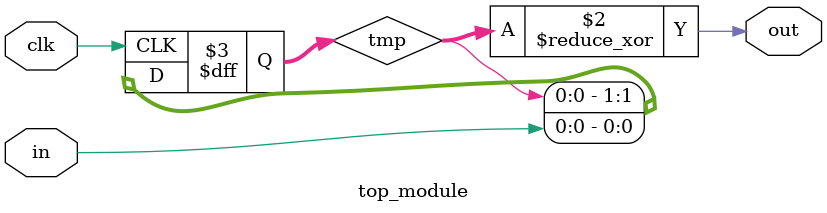
<source format=v>
module top_module (
    input  wire clk,
    input  wire in,
    output wire out
);
    reg [1:0] tmp;

    always @(posedge clk) begin
        tmp <= {tmp[0], in}; //tmp[0]储存当前状态，tmp[1]储存前一状态
    end
    assign out = ^tmp[1:0]; //前后两状态相异，输出 out 为 1
endmodule

</source>
